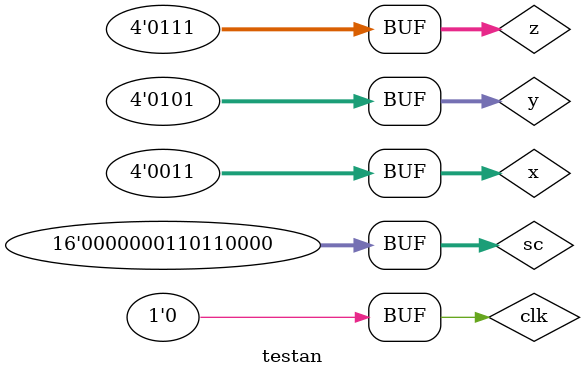
<source format=v>
`timescale 1ns / 1ps


module testan;

	// Inputs
	reg [3:0] x;
	reg [3:0] y;
	reg [3:0] z;
	reg [15:0] sc;
	reg clk;

	// Outputs
	wire [15:0] out;

	// Instantiate the Unit Under Test (UUT)
	subs uut (
		.x(x), 
		.y(y), 
		.z(z), 
		.sc(sc), 
		.out(out), 
		.clk(clk)
	);

	initial begin
		// Initialize Inputs
		x = 0;
		y = 0;
		z = 0;
		sc = 0;
		clk = 0;

		// Wait 100 ns for global reset to finish
		#100;
       x = 3;
		 y = 5;
		 z = 7;
		 sc = 432;
		// Add stimulus here

	end
      
endmodule


</source>
